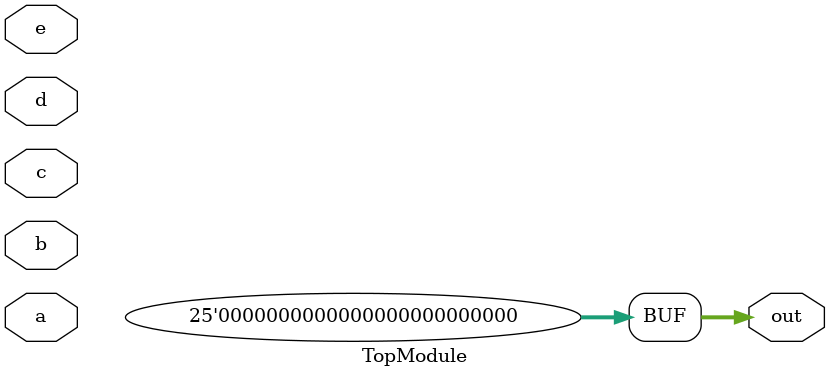
<source format=v>
module TopModule (
  input a,
  input b,
  input c,
  input d,
  input e,
  output [24:0] out
);

  // Module body - leave empty or add minimal placeholder
  assign out = 0; 

endmodule
</source>
